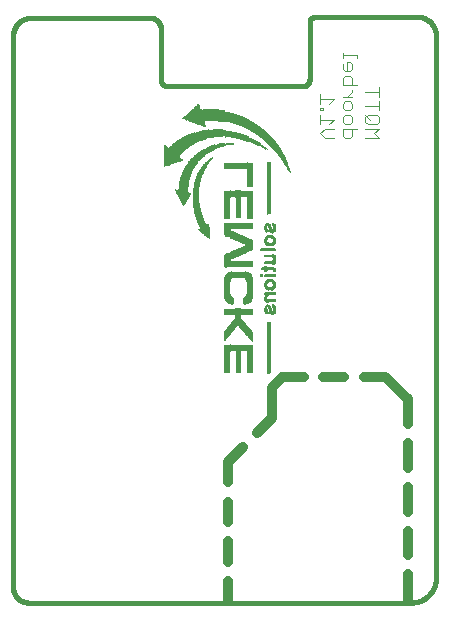
<source format=gbo>
G75*
%MOIN*%
%OFA0B0*%
%FSLAX25Y25*%
%IPPOS*%
%LPD*%
%AMOC8*
5,1,8,0,0,1.08239X$1,22.5*
%
%ADD10C,0.03200*%
%ADD11C,0.01600*%
%ADD12R,0.00100X0.00500*%
%ADD13R,0.00100X0.00700*%
%ADD14R,0.00100X0.00900*%
%ADD15R,0.00100X0.01200*%
%ADD16R,0.00100X0.01300*%
%ADD17R,0.00100X0.01500*%
%ADD18R,0.00100X0.01600*%
%ADD19R,0.00100X0.01800*%
%ADD20R,0.00100X0.01900*%
%ADD21R,0.00100X0.02000*%
%ADD22R,0.00100X0.02200*%
%ADD23R,0.00100X0.02400*%
%ADD24R,0.00100X0.02500*%
%ADD25R,0.00100X0.02600*%
%ADD26R,0.00100X0.02700*%
%ADD27R,0.00100X0.02800*%
%ADD28R,0.00100X0.02900*%
%ADD29R,0.00100X0.03000*%
%ADD30R,0.00100X0.03100*%
%ADD31R,0.00100X0.00800*%
%ADD32R,0.00100X0.01400*%
%ADD33R,0.00100X0.01100*%
%ADD34R,0.00100X0.01000*%
%ADD35R,0.00100X0.02100*%
%ADD36R,0.00100X0.03200*%
%ADD37R,0.00100X0.03300*%
%ADD38R,0.00100X0.01700*%
%ADD39R,0.00100X0.02300*%
%ADD40R,0.00100X0.17100*%
%ADD41R,0.00100X0.17000*%
%ADD42R,0.00100X0.17300*%
%ADD43R,0.00100X0.00600*%
%ADD44R,0.00100X0.00200*%
%ADD45R,0.00100X0.00300*%
%ADD46R,0.00100X0.17200*%
%ADD47R,0.00100X0.00400*%
%ADD48R,0.00100X0.07700*%
%ADD49R,0.00100X0.09200*%
%ADD50R,0.00100X0.06400*%
%ADD51R,0.00100X0.09100*%
%ADD52R,0.00100X0.08000*%
%ADD53R,0.00100X0.09500*%
%ADD54R,0.00100X0.07200*%
%ADD55R,0.00100X0.08100*%
%ADD56R,0.00100X0.09600*%
%ADD57R,0.00100X0.03500*%
%ADD58R,0.00100X0.08500*%
%ADD59R,0.00100X0.08800*%
%ADD60R,0.00100X0.03700*%
%ADD61R,0.00100X0.09400*%
%ADD62R,0.00100X0.03900*%
%ADD63R,0.00100X0.09800*%
%ADD64R,0.00100X0.04100*%
%ADD65R,0.00100X0.10000*%
%ADD66R,0.00100X0.10100*%
%ADD67R,0.00100X0.04200*%
%ADD68R,0.00100X0.10200*%
%ADD69R,0.00100X0.04300*%
%ADD70R,0.00100X0.10300*%
%ADD71R,0.00100X0.03400*%
%ADD72R,0.00100X0.10400*%
%ADD73R,0.00100X0.04500*%
%ADD74R,0.00100X0.10500*%
%ADD75R,0.00100X0.04600*%
%ADD76R,0.00100X0.10600*%
%ADD77R,0.00100X0.04700*%
%ADD78R,0.00100X0.04800*%
%ADD79R,0.00100X0.10700*%
%ADD80R,0.00100X0.04900*%
%ADD81R,0.00100X0.09300*%
%ADD82R,0.00100X0.06600*%
%ADD83R,0.00100X0.06500*%
%ADD84R,0.00100X0.06300*%
%ADD85R,0.00100X0.06100*%
%ADD86R,0.00100X0.06000*%
%ADD87R,0.00100X0.05900*%
%ADD88R,0.00100X0.05800*%
%ADD89R,0.00100X0.05700*%
%ADD90R,0.00100X0.06200*%
%ADD91R,0.00100X0.06700*%
%ADD92R,0.00100X0.00100*%
%ADD93R,0.00100X0.05000*%
%ADD94R,0.00100X0.03600*%
%ADD95R,0.00100X0.09700*%
%ADD96R,0.00100X0.04400*%
%ADD97R,0.00100X0.08900*%
%ADD98R,0.00100X0.08700*%
%ADD99R,0.00100X0.08300*%
%ADD100R,0.00100X0.07300*%
%ADD101R,0.00100X0.03800*%
%ADD102R,0.00100X0.04000*%
%ADD103R,0.00100X0.05100*%
%ADD104R,0.00100X0.05400*%
%ADD105R,0.00100X0.05600*%
%ADD106R,0.00100X0.05500*%
%ADD107R,0.00100X0.07000*%
%ADD108R,0.00100X0.07500*%
%ADD109R,0.00100X0.06900*%
%ADD110R,0.00100X0.05300*%
%ADD111R,0.00100X0.07800*%
%ADD112R,0.00100X0.06800*%
%ADD113R,0.00100X0.17400*%
%ADD114R,0.00100X0.16900*%
%ADD115R,0.00100X0.16400*%
%ADD116R,0.00100X0.16000*%
%ADD117R,0.00100X0.15600*%
%ADD118R,0.00100X0.15000*%
%ADD119R,0.00100X0.14500*%
%ADD120R,0.00100X0.13900*%
%ADD121R,0.00100X0.13300*%
%ADD122R,0.00100X0.12700*%
%ADD123R,0.00100X0.12200*%
%ADD124R,0.00100X0.11300*%
%ADD125R,0.00100X0.05200*%
%ADD126R,0.00100X0.07900*%
%ADD127R,0.00100X0.11800*%
%ADD128R,0.00100X0.11900*%
%ADD129R,0.00100X0.12000*%
%ADD130R,0.00100X0.11600*%
%ADD131R,0.00100X0.11400*%
%ADD132R,0.00100X0.11000*%
%ADD133R,0.00100X0.08400*%
%ADD134R,0.00100X0.07100*%
%ADD135C,0.00400*%
D10*
X0106935Y0044645D02*
X0106935Y0051459D01*
X0106935Y0057859D02*
X0106935Y0064673D01*
X0106935Y0071073D02*
X0106935Y0077887D01*
X0106935Y0084287D02*
X0106935Y0091102D01*
X0111956Y0096122D01*
X0116482Y0100648D02*
X0121502Y0105669D01*
X0121502Y0115905D01*
X0125046Y0119448D01*
X0132196Y0119448D01*
X0138596Y0119448D02*
X0145747Y0119448D01*
X0152147Y0119448D02*
X0159298Y0119448D01*
X0166778Y0111968D01*
X0166778Y0103781D01*
X0166778Y0097381D02*
X0166778Y0089194D01*
X0166778Y0082794D02*
X0166778Y0074606D01*
X0166778Y0068206D02*
X0166778Y0060019D01*
X0166778Y0053619D02*
X0166778Y0045432D01*
D11*
X0035282Y0049369D02*
X0035282Y0233228D01*
X0035281Y0233228D02*
X0035283Y0233380D01*
X0035289Y0233532D01*
X0035299Y0233684D01*
X0035312Y0233835D01*
X0035330Y0233986D01*
X0035351Y0234137D01*
X0035377Y0234287D01*
X0035406Y0234436D01*
X0035439Y0234585D01*
X0035476Y0234732D01*
X0035516Y0234879D01*
X0035561Y0235024D01*
X0035609Y0235168D01*
X0035661Y0235311D01*
X0035716Y0235453D01*
X0035775Y0235593D01*
X0035838Y0235732D01*
X0035904Y0235869D01*
X0035974Y0236004D01*
X0036047Y0236137D01*
X0036124Y0236268D01*
X0036204Y0236398D01*
X0036287Y0236525D01*
X0036373Y0236650D01*
X0036463Y0236773D01*
X0036556Y0236893D01*
X0036652Y0237011D01*
X0036751Y0237127D01*
X0036853Y0237240D01*
X0036957Y0237350D01*
X0037065Y0237458D01*
X0037175Y0237562D01*
X0037288Y0237664D01*
X0037404Y0237763D01*
X0037522Y0237859D01*
X0037642Y0237952D01*
X0037765Y0238042D01*
X0037890Y0238128D01*
X0038017Y0238211D01*
X0038147Y0238291D01*
X0038278Y0238368D01*
X0038411Y0238441D01*
X0038546Y0238511D01*
X0038683Y0238577D01*
X0038822Y0238640D01*
X0038962Y0238699D01*
X0039104Y0238754D01*
X0039247Y0238806D01*
X0039391Y0238854D01*
X0039536Y0238899D01*
X0039683Y0238939D01*
X0039830Y0238976D01*
X0039979Y0239009D01*
X0040128Y0239038D01*
X0040278Y0239064D01*
X0040429Y0239085D01*
X0040580Y0239103D01*
X0040731Y0239116D01*
X0040883Y0239126D01*
X0041035Y0239132D01*
X0041187Y0239134D01*
X0041187Y0239133D02*
X0080951Y0239133D01*
X0081067Y0239131D01*
X0081183Y0239125D01*
X0081298Y0239116D01*
X0081413Y0239103D01*
X0081528Y0239086D01*
X0081642Y0239065D01*
X0081756Y0239040D01*
X0081868Y0239012D01*
X0081979Y0238980D01*
X0082090Y0238945D01*
X0082199Y0238906D01*
X0082307Y0238863D01*
X0082413Y0238817D01*
X0082518Y0238768D01*
X0082621Y0238715D01*
X0082723Y0238658D01*
X0082822Y0238599D01*
X0082919Y0238536D01*
X0083015Y0238470D01*
X0083108Y0238401D01*
X0083199Y0238329D01*
X0083287Y0238254D01*
X0083373Y0238176D01*
X0083456Y0238095D01*
X0083537Y0238012D01*
X0083615Y0237926D01*
X0083690Y0237838D01*
X0083762Y0237747D01*
X0083831Y0237654D01*
X0083897Y0237558D01*
X0083960Y0237461D01*
X0084019Y0237362D01*
X0084076Y0237260D01*
X0084129Y0237157D01*
X0084178Y0237052D01*
X0084224Y0236946D01*
X0084267Y0236838D01*
X0084306Y0236729D01*
X0084341Y0236618D01*
X0084373Y0236507D01*
X0084401Y0236395D01*
X0084426Y0236281D01*
X0084447Y0236167D01*
X0084464Y0236052D01*
X0084477Y0235937D01*
X0084486Y0235822D01*
X0084492Y0235706D01*
X0084494Y0235590D01*
X0084494Y0218661D01*
X0084495Y0218661D02*
X0084497Y0218566D01*
X0084503Y0218471D01*
X0084512Y0218376D01*
X0084526Y0218282D01*
X0084543Y0218189D01*
X0084564Y0218096D01*
X0084588Y0218004D01*
X0084617Y0217913D01*
X0084648Y0217823D01*
X0084684Y0217735D01*
X0084723Y0217648D01*
X0084766Y0217563D01*
X0084811Y0217480D01*
X0084861Y0217399D01*
X0084913Y0217319D01*
X0084969Y0217242D01*
X0085027Y0217167D01*
X0085089Y0217095D01*
X0085154Y0217025D01*
X0085221Y0216958D01*
X0085291Y0216893D01*
X0085363Y0216831D01*
X0085438Y0216773D01*
X0085515Y0216717D01*
X0085595Y0216665D01*
X0085676Y0216615D01*
X0085759Y0216570D01*
X0085844Y0216527D01*
X0085931Y0216488D01*
X0086019Y0216452D01*
X0086109Y0216421D01*
X0086200Y0216392D01*
X0086292Y0216368D01*
X0086385Y0216347D01*
X0086478Y0216330D01*
X0086572Y0216316D01*
X0086667Y0216307D01*
X0086762Y0216301D01*
X0086857Y0216299D01*
X0086857Y0216298D02*
X0131739Y0216298D01*
X0131739Y0216299D02*
X0131834Y0216301D01*
X0131929Y0216307D01*
X0132024Y0216316D01*
X0132118Y0216330D01*
X0132211Y0216347D01*
X0132304Y0216368D01*
X0132396Y0216392D01*
X0132487Y0216421D01*
X0132577Y0216452D01*
X0132665Y0216488D01*
X0132752Y0216527D01*
X0132837Y0216570D01*
X0132920Y0216615D01*
X0133001Y0216665D01*
X0133081Y0216717D01*
X0133158Y0216773D01*
X0133233Y0216831D01*
X0133305Y0216893D01*
X0133375Y0216958D01*
X0133442Y0217025D01*
X0133507Y0217095D01*
X0133569Y0217167D01*
X0133627Y0217242D01*
X0133683Y0217319D01*
X0133735Y0217399D01*
X0133785Y0217480D01*
X0133830Y0217563D01*
X0133873Y0217648D01*
X0133912Y0217735D01*
X0133948Y0217823D01*
X0133979Y0217913D01*
X0134008Y0218004D01*
X0134032Y0218096D01*
X0134053Y0218189D01*
X0134070Y0218282D01*
X0134084Y0218376D01*
X0134093Y0218471D01*
X0134099Y0218566D01*
X0134101Y0218661D01*
X0134101Y0237558D01*
X0134100Y0237558D02*
X0134102Y0237644D01*
X0134107Y0237730D01*
X0134117Y0237815D01*
X0134130Y0237900D01*
X0134147Y0237984D01*
X0134167Y0238068D01*
X0134191Y0238150D01*
X0134219Y0238231D01*
X0134250Y0238312D01*
X0134284Y0238390D01*
X0134322Y0238467D01*
X0134364Y0238543D01*
X0134408Y0238616D01*
X0134456Y0238687D01*
X0134507Y0238757D01*
X0134561Y0238824D01*
X0134617Y0238888D01*
X0134677Y0238950D01*
X0134739Y0239010D01*
X0134803Y0239066D01*
X0134870Y0239120D01*
X0134940Y0239171D01*
X0135011Y0239219D01*
X0135085Y0239263D01*
X0135160Y0239305D01*
X0135237Y0239343D01*
X0135315Y0239377D01*
X0135396Y0239408D01*
X0135477Y0239436D01*
X0135559Y0239460D01*
X0135643Y0239480D01*
X0135727Y0239497D01*
X0135812Y0239510D01*
X0135897Y0239520D01*
X0135983Y0239525D01*
X0136069Y0239527D01*
X0169928Y0239527D01*
X0170085Y0239525D01*
X0170242Y0239519D01*
X0170399Y0239509D01*
X0170555Y0239496D01*
X0170711Y0239478D01*
X0170867Y0239457D01*
X0171022Y0239431D01*
X0171176Y0239402D01*
X0171330Y0239369D01*
X0171482Y0239332D01*
X0171634Y0239292D01*
X0171785Y0239247D01*
X0171934Y0239199D01*
X0172082Y0239147D01*
X0172229Y0239092D01*
X0172375Y0239032D01*
X0172519Y0238970D01*
X0172661Y0238903D01*
X0172802Y0238833D01*
X0172941Y0238760D01*
X0173078Y0238683D01*
X0173213Y0238603D01*
X0173345Y0238519D01*
X0173476Y0238432D01*
X0173605Y0238342D01*
X0173731Y0238249D01*
X0173855Y0238153D01*
X0173977Y0238053D01*
X0174096Y0237951D01*
X0174212Y0237845D01*
X0174326Y0237737D01*
X0174437Y0237626D01*
X0174545Y0237512D01*
X0174651Y0237396D01*
X0174753Y0237277D01*
X0174853Y0237155D01*
X0174949Y0237031D01*
X0175042Y0236905D01*
X0175132Y0236776D01*
X0175219Y0236645D01*
X0175303Y0236513D01*
X0175383Y0236378D01*
X0175460Y0236241D01*
X0175533Y0236102D01*
X0175603Y0235961D01*
X0175670Y0235819D01*
X0175732Y0235675D01*
X0175792Y0235529D01*
X0175847Y0235382D01*
X0175899Y0235234D01*
X0175947Y0235085D01*
X0175992Y0234934D01*
X0176032Y0234782D01*
X0176069Y0234630D01*
X0176102Y0234476D01*
X0176131Y0234322D01*
X0176157Y0234167D01*
X0176178Y0234011D01*
X0176196Y0233855D01*
X0176209Y0233699D01*
X0176219Y0233542D01*
X0176225Y0233385D01*
X0176227Y0233228D01*
X0176227Y0052519D01*
X0176225Y0052319D01*
X0176217Y0052120D01*
X0176205Y0051920D01*
X0176188Y0051721D01*
X0176167Y0051522D01*
X0176140Y0051324D01*
X0176109Y0051127D01*
X0176073Y0050930D01*
X0176032Y0050735D01*
X0175987Y0050540D01*
X0175937Y0050347D01*
X0175882Y0050155D01*
X0175822Y0049964D01*
X0175758Y0049775D01*
X0175690Y0049587D01*
X0175617Y0049401D01*
X0175539Y0049217D01*
X0175457Y0049035D01*
X0175371Y0048855D01*
X0175280Y0048677D01*
X0175185Y0048501D01*
X0175086Y0048327D01*
X0174982Y0048156D01*
X0174875Y0047988D01*
X0174763Y0047822D01*
X0174648Y0047659D01*
X0174529Y0047499D01*
X0174405Y0047342D01*
X0174278Y0047187D01*
X0174148Y0047036D01*
X0174013Y0046888D01*
X0173876Y0046744D01*
X0173734Y0046602D01*
X0173590Y0046465D01*
X0173442Y0046330D01*
X0173291Y0046200D01*
X0173136Y0046073D01*
X0172979Y0045949D01*
X0172819Y0045830D01*
X0172656Y0045715D01*
X0172490Y0045603D01*
X0172322Y0045496D01*
X0172151Y0045392D01*
X0171977Y0045293D01*
X0171801Y0045198D01*
X0171623Y0045107D01*
X0171443Y0045021D01*
X0171261Y0044939D01*
X0171077Y0044861D01*
X0170891Y0044788D01*
X0170703Y0044720D01*
X0170514Y0044656D01*
X0170323Y0044596D01*
X0170131Y0044541D01*
X0169938Y0044491D01*
X0169743Y0044446D01*
X0169548Y0044405D01*
X0169351Y0044369D01*
X0169154Y0044338D01*
X0168956Y0044311D01*
X0168757Y0044290D01*
X0168558Y0044273D01*
X0168358Y0044261D01*
X0168159Y0044253D01*
X0167959Y0044251D01*
X0040400Y0044251D01*
X0040259Y0044253D01*
X0040118Y0044259D01*
X0039977Y0044268D01*
X0039837Y0044282D01*
X0039697Y0044300D01*
X0039558Y0044321D01*
X0039419Y0044346D01*
X0039281Y0044375D01*
X0039144Y0044408D01*
X0039007Y0044444D01*
X0038872Y0044484D01*
X0038738Y0044528D01*
X0038605Y0044576D01*
X0038474Y0044627D01*
X0038344Y0044682D01*
X0038216Y0044741D01*
X0038089Y0044802D01*
X0037964Y0044868D01*
X0037841Y0044937D01*
X0037720Y0045009D01*
X0037601Y0045084D01*
X0037484Y0045163D01*
X0037369Y0045245D01*
X0037256Y0045330D01*
X0037146Y0045418D01*
X0037039Y0045509D01*
X0036934Y0045604D01*
X0036831Y0045701D01*
X0036732Y0045800D01*
X0036635Y0045903D01*
X0036540Y0046008D01*
X0036449Y0046115D01*
X0036361Y0046225D01*
X0036276Y0046338D01*
X0036194Y0046453D01*
X0036115Y0046570D01*
X0036040Y0046689D01*
X0035968Y0046810D01*
X0035899Y0046933D01*
X0035833Y0047058D01*
X0035772Y0047185D01*
X0035713Y0047313D01*
X0035658Y0047443D01*
X0035607Y0047574D01*
X0035559Y0047707D01*
X0035515Y0047841D01*
X0035475Y0047976D01*
X0035439Y0048113D01*
X0035406Y0048250D01*
X0035377Y0048388D01*
X0035352Y0048527D01*
X0035331Y0048666D01*
X0035313Y0048806D01*
X0035299Y0048946D01*
X0035290Y0049087D01*
X0035284Y0049228D01*
X0035282Y0049369D01*
D12*
X0097466Y0168418D03*
X0101566Y0192118D03*
X0101666Y0192218D03*
X0107666Y0197118D03*
X0107766Y0197118D03*
X0107866Y0197118D03*
X0107966Y0197118D03*
X0108066Y0197118D03*
X0108166Y0197118D03*
X0099466Y0203018D03*
X0092266Y0205618D03*
X0091766Y0191818D03*
X0091666Y0191818D03*
X0119166Y0195918D03*
X0119366Y0195818D03*
X0119466Y0195718D03*
X0127866Y0187618D03*
X0123066Y0159018D03*
D13*
X0119366Y0159818D03*
X0118366Y0155518D03*
X0119366Y0153218D03*
X0119266Y0145418D03*
X0123066Y0164918D03*
X0123066Y0169018D03*
X0127766Y0187818D03*
X0118866Y0196118D03*
X0118766Y0196218D03*
X0118666Y0196218D03*
X0118566Y0196318D03*
X0107066Y0197018D03*
X0106966Y0197018D03*
X0106866Y0197018D03*
X0106766Y0197018D03*
X0101166Y0191718D03*
X0092466Y0205718D03*
X0089866Y0181418D03*
X0101066Y0165818D03*
D14*
X0097766Y0168418D03*
X0089966Y0181318D03*
X0091366Y0191918D03*
X0100866Y0191418D03*
X0100966Y0191518D03*
X0106066Y0196918D03*
X0106166Y0196918D03*
X0106266Y0196918D03*
X0106366Y0196918D03*
X0117866Y0196718D03*
X0118066Y0196618D03*
X0118166Y0196518D03*
X0118266Y0196518D03*
X0127666Y0188018D03*
X0121866Y0170218D03*
X0120366Y0168018D03*
X0120266Y0168018D03*
X0119266Y0164918D03*
X0118166Y0161818D03*
X0118066Y0161818D03*
X0119466Y0159818D03*
X0119566Y0159818D03*
X0119666Y0159818D03*
X0119766Y0159818D03*
X0119866Y0159818D03*
X0119966Y0159818D03*
X0120066Y0159818D03*
X0120166Y0159818D03*
X0120266Y0159818D03*
X0120366Y0159818D03*
X0120466Y0159818D03*
X0120566Y0159818D03*
X0120666Y0159818D03*
X0120766Y0159818D03*
X0120866Y0159818D03*
X0120966Y0159818D03*
X0121066Y0159818D03*
X0121166Y0159818D03*
X0121266Y0159818D03*
X0121366Y0159818D03*
X0121466Y0159818D03*
X0121566Y0159818D03*
X0121666Y0159818D03*
X0121766Y0159818D03*
X0122766Y0161818D03*
X0122866Y0161818D03*
X0122866Y0157418D03*
X0122866Y0153218D03*
X0119266Y0150118D03*
X0119566Y0147118D03*
X0122866Y0147018D03*
X0122866Y0144718D03*
X0119266Y0141918D03*
X0120366Y0140818D03*
X0118566Y0153218D03*
X0117866Y0153218D03*
X0092566Y0205718D03*
D15*
X0091066Y0191968D03*
X0100366Y0190868D03*
X0100466Y0190968D03*
X0104666Y0196668D03*
X0104766Y0196668D03*
X0104866Y0196668D03*
X0105266Y0196768D03*
X0116366Y0197568D03*
X0116566Y0197468D03*
X0116666Y0197368D03*
X0116766Y0197368D03*
X0116866Y0197268D03*
X0127566Y0188368D03*
X0120566Y0169968D03*
X0121766Y0167968D03*
X0122166Y0165868D03*
X0122166Y0163868D03*
X0120166Y0163868D03*
X0122166Y0159668D03*
X0121966Y0157568D03*
X0120166Y0155468D03*
X0120166Y0151168D03*
X0120166Y0149168D03*
X0122166Y0149168D03*
X0122166Y0151168D03*
X0120366Y0146968D03*
X0120266Y0146968D03*
X0119366Y0145468D03*
X0120166Y0144868D03*
X0122266Y0142868D03*
D16*
X0120566Y0142818D03*
X0121666Y0140918D03*
X0120166Y0146918D03*
X0122066Y0157618D03*
X0127466Y0188518D03*
X0116466Y0197518D03*
X0116266Y0197618D03*
X0116166Y0197618D03*
X0116066Y0197718D03*
X0115866Y0197818D03*
X0104566Y0196618D03*
X0104466Y0196618D03*
X0104366Y0196618D03*
X0104266Y0196518D03*
X0104166Y0196518D03*
X0094066Y0180118D03*
X0090166Y0181118D03*
X0092866Y0205818D03*
D17*
X0090866Y0192018D03*
X0090266Y0181018D03*
X0100066Y0190518D03*
X0103166Y0196218D03*
X0103266Y0196218D03*
X0103466Y0196318D03*
X0103766Y0196418D03*
X0114766Y0198318D03*
X0114966Y0198218D03*
X0115066Y0198218D03*
X0115166Y0198118D03*
X0115366Y0198018D03*
X0115466Y0198018D03*
X0127366Y0188818D03*
X0120666Y0169818D03*
X0119366Y0169018D03*
X0122966Y0169018D03*
X0119366Y0164918D03*
X0122866Y0159018D03*
X0122266Y0155218D03*
X0122566Y0155118D03*
X0119366Y0150118D03*
X0119466Y0145518D03*
X0119366Y0141918D03*
X0120210Y0141524D03*
D18*
X0120666Y0142668D03*
X0122366Y0155168D03*
X0122466Y0155168D03*
X0127266Y0189068D03*
X0127166Y0189268D03*
X0114866Y0198268D03*
X0114666Y0198368D03*
X0114566Y0198368D03*
X0114466Y0198468D03*
X0114366Y0198468D03*
X0114266Y0198568D03*
X0114166Y0198568D03*
X0113966Y0198668D03*
X0103066Y0196168D03*
X0102966Y0196168D03*
X0102866Y0196068D03*
X0102766Y0196068D03*
X0102466Y0195968D03*
X0099966Y0190368D03*
X0099866Y0190268D03*
X0093966Y0180068D03*
X0090366Y0180868D03*
X0093066Y0205868D03*
D19*
X0101666Y0195668D03*
X0101766Y0195668D03*
X0101566Y0195568D03*
X0101966Y0195768D03*
X0099666Y0189968D03*
X0093866Y0179968D03*
X0090466Y0180768D03*
X0111966Y0199368D03*
X0112266Y0199268D03*
X0112366Y0199268D03*
X0112466Y0199268D03*
X0112566Y0199168D03*
X0112666Y0199168D03*
X0112766Y0199068D03*
X0112866Y0199068D03*
X0113166Y0198968D03*
X0127066Y0189468D03*
X0122866Y0164868D03*
X0122766Y0159068D03*
X0120066Y0155468D03*
X0122866Y0150168D03*
X0121566Y0141168D03*
D20*
X0120766Y0142418D03*
X0119466Y0141918D03*
X0115266Y0141218D03*
X0119466Y0150118D03*
X0115266Y0157218D03*
X0119466Y0164918D03*
X0119466Y0169018D03*
X0115266Y0169618D03*
X0126966Y0189718D03*
X0126866Y0189918D03*
X0112166Y0199318D03*
X0112066Y0199318D03*
X0111866Y0199418D03*
X0111766Y0199418D03*
X0111666Y0199518D03*
X0111566Y0199518D03*
X0111466Y0199518D03*
X0111366Y0199518D03*
X0111266Y0199618D03*
X0111166Y0199618D03*
X0111066Y0199618D03*
X0110866Y0199718D03*
X0110466Y0199818D03*
X0101466Y0195518D03*
X0101366Y0195518D03*
X0101266Y0195418D03*
X0101166Y0195418D03*
X0100966Y0195318D03*
X0099566Y0189818D03*
X0093766Y0179918D03*
X0093366Y0205918D03*
D21*
X0093466Y0205968D03*
X0100466Y0195068D03*
X0100666Y0195168D03*
X0100866Y0195268D03*
X0101066Y0195368D03*
X0099466Y0189668D03*
X0090566Y0180668D03*
X0109366Y0200068D03*
X0109766Y0199968D03*
X0109866Y0199968D03*
X0109966Y0199968D03*
X0110166Y0199868D03*
X0110266Y0199868D03*
X0110366Y0199868D03*
X0110566Y0199768D03*
X0110666Y0199768D03*
X0110766Y0199768D03*
X0110966Y0199668D03*
X0126766Y0190168D03*
X0120766Y0169568D03*
X0122866Y0169068D03*
X0119966Y0155468D03*
X0122866Y0141868D03*
D22*
X0121466Y0141368D03*
X0113366Y0129068D03*
X0113266Y0129068D03*
X0113166Y0129068D03*
X0113066Y0129068D03*
X0112966Y0129068D03*
X0112866Y0129068D03*
X0112766Y0129068D03*
X0112666Y0129068D03*
X0112566Y0129068D03*
X0112466Y0129068D03*
X0112366Y0129068D03*
X0112266Y0129068D03*
X0112166Y0129068D03*
X0112066Y0129068D03*
X0111966Y0129068D03*
X0111866Y0129068D03*
X0111766Y0129068D03*
X0111666Y0129068D03*
X0111566Y0129068D03*
X0111466Y0129068D03*
X0109566Y0129068D03*
X0109466Y0129068D03*
X0109366Y0129068D03*
X0109266Y0129068D03*
X0109166Y0129068D03*
X0109066Y0129068D03*
X0108966Y0129068D03*
X0108866Y0129068D03*
X0108766Y0129068D03*
X0108666Y0129068D03*
X0108566Y0129068D03*
X0108466Y0129068D03*
X0108366Y0129068D03*
X0108266Y0129068D03*
X0108166Y0129068D03*
X0108066Y0129068D03*
X0107966Y0129068D03*
X0107866Y0129068D03*
X0108766Y0153468D03*
X0108866Y0153468D03*
X0108966Y0153468D03*
X0109066Y0153468D03*
X0109166Y0153468D03*
X0109266Y0153468D03*
X0109366Y0153468D03*
X0109466Y0153468D03*
X0109566Y0153468D03*
X0109666Y0153468D03*
X0109766Y0153468D03*
X0109866Y0153468D03*
X0109966Y0153468D03*
X0110066Y0153468D03*
X0110166Y0153468D03*
X0110266Y0153468D03*
X0110366Y0153468D03*
X0110466Y0153468D03*
X0110566Y0153468D03*
X0110666Y0153468D03*
X0110766Y0153468D03*
X0110866Y0153468D03*
X0110966Y0153468D03*
X0111066Y0153468D03*
X0111166Y0153468D03*
X0111266Y0153468D03*
X0111366Y0153468D03*
X0111466Y0153468D03*
X0111566Y0153468D03*
X0111666Y0153468D03*
X0111766Y0153468D03*
X0111866Y0153468D03*
X0111966Y0153468D03*
X0112066Y0153468D03*
X0112166Y0153468D03*
X0112266Y0153468D03*
X0112366Y0153468D03*
X0119566Y0164868D03*
X0122766Y0164868D03*
X0120866Y0169368D03*
X0119566Y0169068D03*
X0126666Y0190368D03*
X0126566Y0190568D03*
X0126466Y0190768D03*
X0108866Y0200168D03*
X0108766Y0200168D03*
X0108466Y0200268D03*
X0108366Y0200268D03*
X0108266Y0200268D03*
X0107966Y0200368D03*
X0107866Y0200368D03*
X0107766Y0200368D03*
X0107666Y0200368D03*
X0107566Y0200368D03*
X0107366Y0200468D03*
X0107266Y0200468D03*
X0107166Y0200468D03*
X0107066Y0200468D03*
X0106966Y0200468D03*
X0099966Y0194768D03*
X0099766Y0194668D03*
X0099666Y0194568D03*
X0099466Y0194468D03*
X0099266Y0189368D03*
X0106166Y0189768D03*
X0093666Y0179868D03*
D23*
X0098966Y0188868D03*
X0099066Y0189068D03*
X0098866Y0194068D03*
X0099066Y0194168D03*
X0099166Y0194268D03*
X0104066Y0200668D03*
X0104166Y0200668D03*
X0104266Y0200668D03*
X0104366Y0200668D03*
X0104466Y0200668D03*
X0104566Y0200668D03*
X0104666Y0200668D03*
X0104766Y0200668D03*
X0104866Y0200668D03*
X0104966Y0200668D03*
X0105066Y0200668D03*
X0105166Y0200668D03*
X0105266Y0200668D03*
X0105366Y0200668D03*
X0106166Y0200568D03*
X0093766Y0206068D03*
X0109666Y0180468D03*
X0111366Y0180468D03*
X0119666Y0169068D03*
X0121366Y0168668D03*
X0122766Y0169068D03*
X0122666Y0164868D03*
X0113266Y0164668D03*
X0113166Y0164768D03*
X0113066Y0164768D03*
X0112866Y0164868D03*
X0112666Y0164968D03*
X0112466Y0165068D03*
X0112366Y0165068D03*
X0112166Y0165168D03*
X0112066Y0165168D03*
X0111966Y0165268D03*
X0111766Y0165368D03*
X0111666Y0165368D03*
X0111466Y0165468D03*
X0111366Y0165468D03*
X0111266Y0165568D03*
X0111166Y0165568D03*
X0111066Y0165668D03*
X0110966Y0165668D03*
X0110766Y0165768D03*
X0110566Y0165868D03*
X0110366Y0165968D03*
X0110266Y0165968D03*
X0110066Y0166068D03*
X0109866Y0166168D03*
X0109666Y0166268D03*
X0109566Y0166268D03*
X0109366Y0166368D03*
X0109266Y0166368D03*
X0109166Y0166468D03*
X0108966Y0166568D03*
X0108866Y0166568D03*
X0108666Y0166668D03*
X0108566Y0166668D03*
X0108366Y0166768D03*
X0108166Y0166868D03*
X0107966Y0166968D03*
X0110266Y0160868D03*
X0110366Y0160868D03*
X0110566Y0160968D03*
X0110766Y0161068D03*
X0110866Y0161068D03*
X0110966Y0161168D03*
X0111066Y0161168D03*
X0111266Y0161268D03*
X0111466Y0161368D03*
X0111566Y0161368D03*
X0111666Y0161468D03*
X0111766Y0161468D03*
X0111966Y0161568D03*
X0112166Y0161668D03*
X0112266Y0161668D03*
X0112366Y0161768D03*
X0112466Y0161768D03*
X0112566Y0161768D03*
X0112666Y0161868D03*
X0112766Y0161868D03*
X0112866Y0161968D03*
X0112966Y0161968D03*
X0113066Y0162068D03*
X0113166Y0162068D03*
X0113266Y0162168D03*
X0110066Y0160768D03*
X0109866Y0160668D03*
X0109666Y0160568D03*
X0109566Y0160568D03*
X0109466Y0160468D03*
X0109366Y0160468D03*
X0109166Y0160368D03*
X0108966Y0160268D03*
X0108866Y0160268D03*
X0108666Y0160168D03*
X0108466Y0160068D03*
X0108266Y0159968D03*
X0108166Y0159968D03*
X0108166Y0153368D03*
X0108266Y0153368D03*
X0112766Y0153368D03*
X0112866Y0153368D03*
X0112866Y0144868D03*
X0112766Y0144868D03*
X0112666Y0144868D03*
X0111366Y0141168D03*
X0108566Y0144868D03*
X0108466Y0144868D03*
X0108266Y0144968D03*
X0120966Y0142068D03*
X0122766Y0141868D03*
X0107766Y0128968D03*
X0126366Y0190968D03*
X0126266Y0191168D03*
D24*
X0126166Y0191318D03*
X0126066Y0191518D03*
X0120966Y0169218D03*
X0121266Y0168818D03*
X0119666Y0164918D03*
X0111566Y0165418D03*
X0110866Y0165718D03*
X0110666Y0165818D03*
X0110466Y0165918D03*
X0110166Y0166018D03*
X0109966Y0166118D03*
X0109766Y0166218D03*
X0109466Y0166318D03*
X0109066Y0166518D03*
X0108766Y0166618D03*
X0108466Y0166718D03*
X0108266Y0166818D03*
X0108066Y0166918D03*
X0110666Y0161018D03*
X0110466Y0160918D03*
X0110166Y0160818D03*
X0109966Y0160718D03*
X0109766Y0160618D03*
X0109266Y0160418D03*
X0109066Y0160318D03*
X0108766Y0160218D03*
X0108566Y0160118D03*
X0108366Y0160018D03*
X0108066Y0159918D03*
X0107966Y0159818D03*
X0112966Y0153318D03*
X0112966Y0144918D03*
X0108366Y0144918D03*
X0108166Y0145018D03*
X0119666Y0141918D03*
X0121066Y0141918D03*
X0121166Y0141818D03*
X0121266Y0141718D03*
X0122666Y0150118D03*
X0119666Y0150118D03*
X0107766Y0180418D03*
X0098866Y0188718D03*
X0098566Y0193818D03*
X0098666Y0193918D03*
X0098766Y0194018D03*
X0098966Y0194118D03*
X0103666Y0200618D03*
X0103766Y0200618D03*
X0103866Y0200618D03*
X0103966Y0200618D03*
D25*
X0103566Y0200668D03*
X0103466Y0200668D03*
X0103366Y0200668D03*
X0103266Y0200668D03*
X0103166Y0200668D03*
X0103066Y0200668D03*
X0102966Y0200668D03*
X0102866Y0200668D03*
X0102766Y0200668D03*
X0102166Y0200568D03*
X0102066Y0200568D03*
X0098466Y0193768D03*
X0098366Y0193668D03*
X0098766Y0188568D03*
X0093866Y0206068D03*
X0119766Y0169068D03*
X0121066Y0169068D03*
X0121166Y0168968D03*
X0122666Y0169068D03*
X0122566Y0164868D03*
X0122566Y0150168D03*
X0122666Y0141868D03*
X0119766Y0141868D03*
X0113066Y0144968D03*
X0107966Y0153168D03*
X0108066Y0153268D03*
X0125966Y0191668D03*
X0125866Y0191868D03*
X0125766Y0192068D03*
X0125566Y0192368D03*
D26*
X0125666Y0192218D03*
X0125466Y0192518D03*
X0125366Y0192718D03*
X0119766Y0164918D03*
X0113166Y0153218D03*
X0113066Y0153218D03*
X0113166Y0145018D03*
X0108066Y0145118D03*
X0119866Y0141918D03*
X0119766Y0150118D03*
X0100866Y0166918D03*
X0098166Y0193518D03*
X0098266Y0193618D03*
X0101566Y0200518D03*
X0101666Y0200518D03*
X0101766Y0200518D03*
X0101866Y0200518D03*
X0101966Y0200518D03*
X0102266Y0200618D03*
X0102366Y0200618D03*
X0102466Y0200618D03*
X0102566Y0200618D03*
X0102666Y0200618D03*
X0093966Y0206118D03*
D27*
X0094066Y0206168D03*
X0101066Y0200468D03*
X0101166Y0200468D03*
X0101266Y0200468D03*
X0101366Y0200468D03*
X0101466Y0200468D03*
X0098066Y0193468D03*
X0097966Y0193368D03*
X0097866Y0193268D03*
X0097766Y0193168D03*
X0098666Y0188368D03*
X0098566Y0188168D03*
X0090666Y0180868D03*
X0107866Y0153068D03*
X0113266Y0153068D03*
X0113266Y0145168D03*
X0107966Y0145168D03*
X0122566Y0141868D03*
X0122466Y0150168D03*
X0122466Y0164868D03*
X0122566Y0169068D03*
X0119966Y0169068D03*
X0119866Y0169068D03*
X0125266Y0192868D03*
X0125066Y0193168D03*
X0124866Y0193468D03*
D28*
X0124966Y0193318D03*
X0125166Y0193018D03*
X0124766Y0193618D03*
X0124666Y0193818D03*
X0124566Y0193918D03*
X0124366Y0194218D03*
X0122466Y0169018D03*
X0119866Y0164918D03*
X0115266Y0163418D03*
X0119866Y0150118D03*
X0119966Y0141918D03*
X0115266Y0132918D03*
X0107866Y0145318D03*
X0097466Y0192918D03*
X0097566Y0193018D03*
X0097666Y0193118D03*
X0100166Y0200318D03*
X0100266Y0200318D03*
X0100366Y0200318D03*
X0100566Y0200418D03*
X0100666Y0200418D03*
X0100766Y0200418D03*
X0100866Y0200418D03*
X0100966Y0200418D03*
D29*
X0100466Y0200368D03*
X0100066Y0200268D03*
X0099966Y0200268D03*
X0099866Y0200268D03*
X0099766Y0200268D03*
X0099566Y0200168D03*
X0099466Y0200168D03*
X0097366Y0192868D03*
X0097266Y0192768D03*
X0097166Y0192668D03*
X0098466Y0187968D03*
X0095466Y0179268D03*
X0094166Y0206168D03*
X0122966Y0196068D03*
X0123066Y0195968D03*
X0123366Y0195568D03*
X0123466Y0195468D03*
X0123666Y0195168D03*
X0123766Y0195068D03*
X0123866Y0194868D03*
X0123966Y0194768D03*
X0124166Y0194468D03*
X0124266Y0194368D03*
X0124466Y0194068D03*
X0122366Y0164868D03*
X0119966Y0164868D03*
X0119966Y0150168D03*
X0122366Y0150168D03*
X0119666Y0146068D03*
X0122366Y0141868D03*
X0122466Y0141868D03*
D30*
X0119766Y0146018D03*
X0120066Y0150118D03*
X0122266Y0150118D03*
X0122566Y0158518D03*
X0122666Y0158518D03*
X0122266Y0164918D03*
X0120066Y0164918D03*
X0122366Y0169018D03*
X0124066Y0194618D03*
X0123566Y0195318D03*
X0123266Y0195718D03*
X0123166Y0195818D03*
X0122866Y0196218D03*
X0122766Y0196318D03*
X0122666Y0196418D03*
X0122566Y0196518D03*
X0122466Y0196618D03*
X0122366Y0196818D03*
X0122266Y0196918D03*
X0122166Y0197018D03*
X0122066Y0197118D03*
X0121966Y0197218D03*
X0121866Y0197318D03*
X0121766Y0197418D03*
X0121666Y0197518D03*
X0121366Y0197818D03*
X0121066Y0198118D03*
X0120766Y0198418D03*
X0120466Y0198718D03*
X0120166Y0199018D03*
X0119966Y0199218D03*
X0119866Y0199318D03*
X0119766Y0199418D03*
X0119666Y0199518D03*
X0119566Y0199618D03*
X0119466Y0199718D03*
X0119366Y0199818D03*
X0119066Y0200018D03*
X0118966Y0200118D03*
X0118866Y0200218D03*
X0118766Y0200318D03*
X0118466Y0200518D03*
X0118366Y0200618D03*
X0118266Y0200718D03*
X0118166Y0200818D03*
X0117866Y0201018D03*
X0117766Y0201118D03*
X0117166Y0201518D03*
X0117066Y0201618D03*
X0116866Y0201718D03*
X0116766Y0201818D03*
X0116466Y0202018D03*
X0116366Y0202118D03*
X0116166Y0202218D03*
X0116066Y0202318D03*
X0115566Y0202618D03*
X0115366Y0202718D03*
X0115066Y0202918D03*
X0114966Y0203018D03*
X0114866Y0203018D03*
X0114566Y0203218D03*
X0114366Y0203318D03*
X0113966Y0203518D03*
X0099666Y0200218D03*
X0099366Y0200118D03*
X0099266Y0200118D03*
X0099166Y0200118D03*
X0098966Y0200018D03*
X0098866Y0200018D03*
X0098766Y0200018D03*
X0098466Y0199918D03*
X0094266Y0206218D03*
X0097066Y0192518D03*
X0098366Y0187818D03*
X0109366Y0137118D03*
X0109266Y0137018D03*
X0109166Y0136918D03*
X0108866Y0136518D03*
X0108766Y0136418D03*
X0108666Y0136318D03*
X0111366Y0137218D03*
X0111466Y0137118D03*
X0111566Y0137018D03*
X0111766Y0136718D03*
X0111866Y0136618D03*
X0111966Y0136518D03*
X0112066Y0136418D03*
X0112166Y0136318D03*
X0112266Y0136218D03*
D31*
X0119466Y0147068D03*
X0123066Y0150168D03*
X0117766Y0153268D03*
X0121866Y0143068D03*
X0123066Y0141868D03*
X0119266Y0169068D03*
X0118466Y0196368D03*
X0118366Y0196468D03*
X0106666Y0196968D03*
X0106566Y0196968D03*
X0106466Y0196968D03*
X0101066Y0191668D03*
X0099366Y0203168D03*
X0091466Y0191868D03*
X0094366Y0180368D03*
X0097666Y0168368D03*
D32*
X0100166Y0190668D03*
X0100266Y0190768D03*
X0103366Y0196268D03*
X0103566Y0196368D03*
X0103666Y0196368D03*
X0103866Y0196468D03*
X0103966Y0196468D03*
X0104066Y0196468D03*
X0092966Y0205868D03*
X0090966Y0191968D03*
X0115266Y0198068D03*
X0115566Y0197968D03*
X0115666Y0197868D03*
X0115766Y0197868D03*
X0115966Y0197768D03*
X0121666Y0168068D03*
X0122966Y0164868D03*
X0122166Y0157668D03*
X0122666Y0155068D03*
X0122766Y0155068D03*
X0122966Y0150168D03*
D33*
X0122066Y0151218D03*
X0121966Y0151318D03*
X0120566Y0151418D03*
X0120366Y0151318D03*
X0120266Y0151218D03*
X0120266Y0149018D03*
X0120466Y0148918D03*
X0121566Y0148818D03*
X0121866Y0148918D03*
X0122066Y0149018D03*
X0120566Y0147018D03*
X0120466Y0147018D03*
X0120266Y0144818D03*
X0120366Y0144718D03*
X0120466Y0144718D03*
X0120466Y0142918D03*
X0122066Y0143018D03*
X0122266Y0140818D03*
X0121766Y0140818D03*
X0122866Y0155018D03*
X0122166Y0155418D03*
X0121866Y0157518D03*
X0121766Y0157518D03*
X0122966Y0159018D03*
X0122066Y0159718D03*
X0121966Y0163718D03*
X0122066Y0163818D03*
X0120366Y0163718D03*
X0120266Y0163818D03*
X0120166Y0165918D03*
X0120266Y0166018D03*
X0121566Y0166218D03*
X0121866Y0166118D03*
X0122066Y0166018D03*
X0121866Y0167918D03*
X0122266Y0168018D03*
X0122266Y0170018D03*
X0122166Y0170118D03*
X0120066Y0170018D03*
X0120066Y0168118D03*
X0100566Y0191118D03*
X0100666Y0191218D03*
X0104966Y0196718D03*
X0105066Y0196718D03*
X0105166Y0196718D03*
X0105366Y0196818D03*
X0105466Y0196818D03*
X0105566Y0196818D03*
X0099266Y0203318D03*
X0092766Y0205818D03*
X0091266Y0191918D03*
X0091166Y0191918D03*
X0090066Y0181218D03*
X0094166Y0180218D03*
X0116966Y0197218D03*
X0117066Y0197218D03*
X0117166Y0197118D03*
X0117366Y0197018D03*
D34*
X0117266Y0197068D03*
X0117466Y0196968D03*
X0117566Y0196868D03*
X0117666Y0196868D03*
X0117766Y0196768D03*
X0117966Y0196668D03*
X0105966Y0196868D03*
X0105866Y0196868D03*
X0105766Y0196868D03*
X0105666Y0196868D03*
X0100766Y0191368D03*
X0094266Y0180268D03*
X0092666Y0205768D03*
X0120166Y0170068D03*
X0120266Y0170068D03*
X0120366Y0170068D03*
X0120466Y0170068D03*
X0121966Y0170168D03*
X0122066Y0170168D03*
X0122166Y0167968D03*
X0122066Y0167868D03*
X0121966Y0167868D03*
X0121466Y0166268D03*
X0121366Y0166268D03*
X0121266Y0166268D03*
X0121166Y0166268D03*
X0121066Y0166268D03*
X0120966Y0166268D03*
X0120866Y0166268D03*
X0120766Y0166268D03*
X0120666Y0166168D03*
X0120566Y0166168D03*
X0120466Y0166168D03*
X0120366Y0166068D03*
X0121666Y0166168D03*
X0121766Y0166168D03*
X0121966Y0166068D03*
X0121866Y0163668D03*
X0121766Y0163668D03*
X0121666Y0163568D03*
X0121566Y0163568D03*
X0121466Y0163568D03*
X0121366Y0163568D03*
X0121266Y0163568D03*
X0121166Y0163568D03*
X0121066Y0163568D03*
X0120966Y0163568D03*
X0120866Y0163568D03*
X0120766Y0163568D03*
X0120666Y0163568D03*
X0120566Y0163668D03*
X0120466Y0163668D03*
X0120466Y0161768D03*
X0120366Y0161768D03*
X0120266Y0161768D03*
X0120166Y0161768D03*
X0120066Y0161768D03*
X0119966Y0161768D03*
X0119866Y0161768D03*
X0119766Y0161768D03*
X0119666Y0161768D03*
X0119566Y0161768D03*
X0119466Y0161768D03*
X0119366Y0161768D03*
X0119266Y0161768D03*
X0119166Y0161768D03*
X0119066Y0161768D03*
X0118966Y0161768D03*
X0118866Y0161768D03*
X0118766Y0161768D03*
X0118666Y0161768D03*
X0118566Y0161768D03*
X0118466Y0161768D03*
X0118366Y0161768D03*
X0118266Y0161768D03*
X0120566Y0161768D03*
X0120666Y0161768D03*
X0120766Y0161768D03*
X0120866Y0161768D03*
X0120966Y0161768D03*
X0121066Y0161768D03*
X0121166Y0161768D03*
X0121266Y0161768D03*
X0121366Y0161768D03*
X0121466Y0161768D03*
X0121566Y0161768D03*
X0121666Y0161768D03*
X0121766Y0161768D03*
X0121866Y0161768D03*
X0121966Y0161768D03*
X0122066Y0161768D03*
X0122166Y0161768D03*
X0122266Y0161768D03*
X0122366Y0161768D03*
X0122466Y0161768D03*
X0122566Y0161768D03*
X0122666Y0161768D03*
X0121966Y0159768D03*
X0121866Y0159768D03*
X0121666Y0157468D03*
X0121566Y0157468D03*
X0121466Y0157468D03*
X0121366Y0157468D03*
X0121266Y0157468D03*
X0121166Y0157468D03*
X0121066Y0157468D03*
X0120966Y0157468D03*
X0120866Y0157468D03*
X0120766Y0157468D03*
X0120666Y0157468D03*
X0120566Y0157468D03*
X0120466Y0157468D03*
X0120366Y0157468D03*
X0120266Y0157468D03*
X0120166Y0157468D03*
X0120066Y0157468D03*
X0119966Y0157468D03*
X0119866Y0157468D03*
X0119766Y0157468D03*
X0119666Y0157468D03*
X0119566Y0157468D03*
X0119466Y0157468D03*
X0119266Y0155468D03*
X0119166Y0155468D03*
X0119066Y0155468D03*
X0118966Y0155468D03*
X0118866Y0155468D03*
X0118766Y0155468D03*
X0118666Y0155468D03*
X0118566Y0155468D03*
X0118466Y0155468D03*
X0120266Y0155468D03*
X0120366Y0155468D03*
X0120466Y0155468D03*
X0120566Y0155468D03*
X0120666Y0155468D03*
X0120766Y0155468D03*
X0120866Y0155468D03*
X0120966Y0155468D03*
X0121066Y0155468D03*
X0121166Y0155468D03*
X0121266Y0155468D03*
X0121366Y0155468D03*
X0121466Y0155468D03*
X0121566Y0155468D03*
X0121666Y0155468D03*
X0121766Y0155468D03*
X0121866Y0155468D03*
X0121966Y0155468D03*
X0122066Y0155468D03*
X0122766Y0157468D03*
X0122766Y0153268D03*
X0122666Y0153268D03*
X0122566Y0153268D03*
X0122466Y0153268D03*
X0122366Y0153268D03*
X0122266Y0153268D03*
X0122166Y0153268D03*
X0122066Y0153268D03*
X0121966Y0153268D03*
X0121866Y0153268D03*
X0121766Y0153268D03*
X0121666Y0153268D03*
X0121566Y0153268D03*
X0121466Y0153268D03*
X0121366Y0153268D03*
X0121266Y0153268D03*
X0121166Y0153268D03*
X0121066Y0153268D03*
X0120966Y0153268D03*
X0120866Y0153268D03*
X0120766Y0153268D03*
X0120666Y0153268D03*
X0120566Y0153268D03*
X0120466Y0153268D03*
X0120366Y0153268D03*
X0120266Y0153268D03*
X0120166Y0153268D03*
X0120066Y0153268D03*
X0119966Y0153268D03*
X0119866Y0153268D03*
X0119766Y0153268D03*
X0119666Y0153268D03*
X0119566Y0153268D03*
X0119466Y0153268D03*
X0118466Y0153268D03*
X0118366Y0153268D03*
X0118266Y0153268D03*
X0118166Y0153268D03*
X0118066Y0153268D03*
X0117966Y0153268D03*
X0120466Y0151368D03*
X0120666Y0151468D03*
X0120766Y0151468D03*
X0120866Y0151468D03*
X0120966Y0151468D03*
X0121066Y0151468D03*
X0121166Y0151468D03*
X0121266Y0151468D03*
X0121366Y0151468D03*
X0121466Y0151468D03*
X0121566Y0151468D03*
X0121666Y0151468D03*
X0121766Y0151368D03*
X0121866Y0151368D03*
X0121966Y0148968D03*
X0121766Y0148868D03*
X0121666Y0148868D03*
X0121466Y0148768D03*
X0121366Y0148768D03*
X0121266Y0148768D03*
X0121166Y0148768D03*
X0121066Y0148768D03*
X0120966Y0148768D03*
X0120866Y0148768D03*
X0120766Y0148768D03*
X0120666Y0148868D03*
X0120566Y0148868D03*
X0120366Y0148968D03*
X0120666Y0147068D03*
X0120766Y0147068D03*
X0120866Y0147068D03*
X0120966Y0147068D03*
X0121066Y0147068D03*
X0121166Y0147068D03*
X0121266Y0147068D03*
X0121366Y0147068D03*
X0121466Y0147068D03*
X0121566Y0147068D03*
X0121666Y0147068D03*
X0121766Y0147068D03*
X0121866Y0147068D03*
X0121966Y0147068D03*
X0122066Y0147068D03*
X0122166Y0147068D03*
X0122266Y0147068D03*
X0122366Y0147068D03*
X0122466Y0147068D03*
X0122566Y0147068D03*
X0122666Y0147068D03*
X0122766Y0147068D03*
X0122766Y0144668D03*
X0122666Y0144668D03*
X0122566Y0144668D03*
X0122466Y0144668D03*
X0122366Y0144668D03*
X0122266Y0144668D03*
X0122166Y0144668D03*
X0122066Y0144668D03*
X0121966Y0144668D03*
X0121866Y0144668D03*
X0121766Y0144668D03*
X0121666Y0144668D03*
X0121566Y0144668D03*
X0121466Y0144668D03*
X0121366Y0144668D03*
X0121266Y0144668D03*
X0121166Y0144668D03*
X0121066Y0144668D03*
X0120966Y0144668D03*
X0120866Y0144668D03*
X0120766Y0144668D03*
X0120666Y0144668D03*
X0120566Y0144668D03*
X0120366Y0142968D03*
X0120266Y0142968D03*
X0120166Y0142968D03*
X0120066Y0142868D03*
X0120066Y0140968D03*
X0120166Y0140868D03*
X0120266Y0140868D03*
X0121866Y0140768D03*
X0121966Y0140768D03*
X0122066Y0140768D03*
X0122166Y0140768D03*
X0122166Y0142968D03*
X0121966Y0143068D03*
X0120166Y0168068D03*
D35*
X0121466Y0168518D03*
X0115166Y0169618D03*
X0115166Y0157218D03*
X0119466Y0155418D03*
X0119566Y0155418D03*
X0119666Y0155418D03*
X0119766Y0155418D03*
X0119866Y0155418D03*
X0122766Y0150118D03*
X0115166Y0141218D03*
X0112166Y0144818D03*
X0109066Y0144818D03*
X0106066Y0141218D03*
X0106066Y0189818D03*
X0099366Y0189518D03*
X0099866Y0194718D03*
X0100066Y0194818D03*
X0100166Y0194918D03*
X0100266Y0194918D03*
X0100366Y0195018D03*
X0100566Y0195118D03*
X0100766Y0195218D03*
X0107466Y0200418D03*
X0108066Y0200318D03*
X0108166Y0200318D03*
X0108566Y0200218D03*
X0108666Y0200218D03*
X0108966Y0200118D03*
X0109066Y0200118D03*
X0109166Y0200118D03*
X0109266Y0200118D03*
X0109466Y0200018D03*
X0109566Y0200018D03*
X0109666Y0200018D03*
X0110066Y0199918D03*
X0093566Y0206018D03*
D36*
X0094366Y0206268D03*
X0098266Y0199868D03*
X0098366Y0199868D03*
X0098566Y0199968D03*
X0098666Y0199968D03*
X0099066Y0200068D03*
X0096966Y0192468D03*
X0096866Y0192368D03*
X0096766Y0192268D03*
X0098266Y0187568D03*
X0111566Y0204668D03*
X0111866Y0204568D03*
X0112266Y0204368D03*
X0112566Y0204268D03*
X0112666Y0204168D03*
X0112766Y0204168D03*
X0112866Y0204068D03*
X0112966Y0204068D03*
X0113166Y0203968D03*
X0113266Y0203868D03*
X0113366Y0203868D03*
X0113566Y0203768D03*
X0113666Y0203668D03*
X0113766Y0203668D03*
X0113866Y0203568D03*
X0114066Y0203468D03*
X0114166Y0203368D03*
X0114266Y0203368D03*
X0114466Y0203268D03*
X0114666Y0203168D03*
X0114766Y0203068D03*
X0115166Y0202868D03*
X0115266Y0202768D03*
X0115466Y0202668D03*
X0115666Y0202568D03*
X0115766Y0202468D03*
X0115866Y0202468D03*
X0115966Y0202368D03*
X0116266Y0202168D03*
X0116566Y0201968D03*
X0116666Y0201868D03*
X0116966Y0201668D03*
X0117266Y0201468D03*
X0117366Y0201368D03*
X0117466Y0201368D03*
X0117566Y0201268D03*
X0117666Y0201168D03*
X0117966Y0200968D03*
X0118066Y0200868D03*
X0118566Y0200468D03*
X0118666Y0200368D03*
X0119166Y0199968D03*
X0119266Y0199868D03*
X0120066Y0199168D03*
X0120266Y0198968D03*
X0120366Y0198868D03*
X0120566Y0198668D03*
X0120666Y0198568D03*
X0120866Y0198368D03*
X0120966Y0198268D03*
X0121166Y0198068D03*
X0121266Y0197968D03*
X0121466Y0197768D03*
X0121566Y0197668D03*
X0122366Y0158568D03*
X0122466Y0158568D03*
X0113366Y0152868D03*
X0113366Y0145368D03*
X0119866Y0145968D03*
X0119966Y0145968D03*
X0113166Y0135168D03*
X0113066Y0135268D03*
X0113266Y0135068D03*
X0113866Y0134368D03*
X0113966Y0134268D03*
X0114666Y0133468D03*
X0114766Y0133368D03*
X0112566Y0135868D03*
X0112466Y0135968D03*
X0112366Y0136068D03*
X0111666Y0136868D03*
X0109066Y0136768D03*
X0108966Y0136668D03*
X0108566Y0136168D03*
X0108466Y0136068D03*
X0108366Y0135968D03*
X0108166Y0135668D03*
X0108066Y0135568D03*
X0107966Y0135468D03*
D37*
X0107866Y0135318D03*
X0107766Y0135218D03*
X0107666Y0135118D03*
X0107466Y0134818D03*
X0107366Y0134718D03*
X0107266Y0134618D03*
X0106766Y0134018D03*
X0108266Y0135818D03*
X0112666Y0135718D03*
X0112766Y0135618D03*
X0112866Y0135518D03*
X0112966Y0135418D03*
X0113366Y0134918D03*
X0113466Y0134818D03*
X0113566Y0134718D03*
X0113666Y0134618D03*
X0113766Y0134518D03*
X0114166Y0134018D03*
X0114266Y0133918D03*
X0114366Y0133818D03*
X0114466Y0133718D03*
X0114566Y0133618D03*
X0114866Y0133218D03*
X0114966Y0133118D03*
X0115066Y0133018D03*
X0115166Y0132918D03*
X0120066Y0145918D03*
X0122266Y0158618D03*
X0115166Y0163418D03*
X0107766Y0152818D03*
X0090766Y0181018D03*
X0096466Y0191918D03*
X0096566Y0192018D03*
X0096666Y0192118D03*
X0097766Y0199718D03*
X0097966Y0199818D03*
X0098066Y0199818D03*
X0098166Y0199818D03*
X0110166Y0205218D03*
X0110366Y0205118D03*
X0110466Y0205118D03*
X0110666Y0205018D03*
X0110866Y0204918D03*
X0110966Y0204918D03*
X0111166Y0204818D03*
X0111266Y0204818D03*
X0111366Y0204718D03*
X0111466Y0204718D03*
X0111666Y0204618D03*
X0111766Y0204618D03*
X0111966Y0204518D03*
X0112066Y0204418D03*
X0112166Y0204418D03*
X0112366Y0204318D03*
X0112466Y0204318D03*
X0113066Y0204018D03*
X0113466Y0203818D03*
D38*
X0113066Y0199018D03*
X0112966Y0199018D03*
X0113266Y0198918D03*
X0113366Y0198918D03*
X0113466Y0198818D03*
X0113566Y0198818D03*
X0113666Y0198818D03*
X0113766Y0198718D03*
X0113866Y0198718D03*
X0114066Y0198618D03*
X0102666Y0196018D03*
X0102566Y0196018D03*
X0102366Y0195918D03*
X0102266Y0195918D03*
X0102166Y0195818D03*
X0102066Y0195818D03*
X0101866Y0195718D03*
X0099766Y0190118D03*
X0093266Y0205918D03*
X0093166Y0205918D03*
X0100966Y0166318D03*
X0119366Y0155418D03*
X0119566Y0145518D03*
X0121566Y0168318D03*
D39*
X0115066Y0169618D03*
X0114966Y0169618D03*
X0114866Y0169618D03*
X0114766Y0169618D03*
X0114666Y0169618D03*
X0114566Y0169618D03*
X0114466Y0169618D03*
X0114366Y0169618D03*
X0114266Y0169618D03*
X0114166Y0169618D03*
X0114066Y0169618D03*
X0113966Y0169618D03*
X0113866Y0169618D03*
X0113766Y0169618D03*
X0113666Y0169618D03*
X0113566Y0169618D03*
X0113466Y0169618D03*
X0113366Y0169618D03*
X0113266Y0169618D03*
X0113166Y0169618D03*
X0113066Y0169618D03*
X0112966Y0169618D03*
X0112866Y0169618D03*
X0112766Y0169618D03*
X0112666Y0169618D03*
X0112566Y0169618D03*
X0112466Y0169618D03*
X0112366Y0169618D03*
X0112266Y0169618D03*
X0112166Y0169618D03*
X0112066Y0169618D03*
X0111966Y0169618D03*
X0111866Y0169618D03*
X0111766Y0169618D03*
X0111666Y0169618D03*
X0111566Y0169618D03*
X0111466Y0169618D03*
X0111366Y0169618D03*
X0111266Y0169618D03*
X0111166Y0169618D03*
X0111066Y0169618D03*
X0110966Y0169618D03*
X0110866Y0169618D03*
X0110766Y0169618D03*
X0110666Y0169618D03*
X0110566Y0169618D03*
X0110466Y0169618D03*
X0110366Y0169618D03*
X0110266Y0169618D03*
X0110166Y0169618D03*
X0110066Y0169618D03*
X0109966Y0169618D03*
X0109866Y0169618D03*
X0109766Y0169618D03*
X0109666Y0169618D03*
X0109566Y0169618D03*
X0109466Y0169618D03*
X0109366Y0169618D03*
X0109266Y0169618D03*
X0109166Y0169618D03*
X0109066Y0169618D03*
X0108966Y0169618D03*
X0108866Y0169618D03*
X0108766Y0169618D03*
X0108666Y0169618D03*
X0108566Y0169618D03*
X0108466Y0169618D03*
X0108366Y0169618D03*
X0108266Y0169618D03*
X0108166Y0169618D03*
X0108066Y0169618D03*
X0107966Y0169618D03*
X0111866Y0165318D03*
X0112266Y0165118D03*
X0112566Y0165018D03*
X0112766Y0164918D03*
X0112966Y0164818D03*
X0112066Y0161618D03*
X0111866Y0161518D03*
X0111366Y0161318D03*
X0111166Y0161218D03*
X0111166Y0157218D03*
X0111066Y0157218D03*
X0110966Y0157218D03*
X0110866Y0157218D03*
X0110766Y0157218D03*
X0110666Y0157218D03*
X0110566Y0157218D03*
X0110466Y0157218D03*
X0110366Y0157218D03*
X0110266Y0157218D03*
X0110166Y0157218D03*
X0110066Y0157218D03*
X0109966Y0157218D03*
X0109866Y0157218D03*
X0109766Y0157218D03*
X0109666Y0157218D03*
X0109566Y0157218D03*
X0109466Y0157218D03*
X0109366Y0157218D03*
X0109266Y0157218D03*
X0109166Y0157218D03*
X0109066Y0157218D03*
X0108966Y0157218D03*
X0108866Y0157218D03*
X0108766Y0157218D03*
X0108666Y0157218D03*
X0108566Y0157218D03*
X0108466Y0157218D03*
X0108366Y0157218D03*
X0108266Y0157218D03*
X0108166Y0157218D03*
X0108066Y0157218D03*
X0107966Y0157218D03*
X0108366Y0153418D03*
X0108466Y0153418D03*
X0108566Y0153418D03*
X0108666Y0153418D03*
X0112466Y0153418D03*
X0112566Y0153418D03*
X0112666Y0153418D03*
X0112666Y0157218D03*
X0112566Y0157218D03*
X0112466Y0157218D03*
X0112366Y0157218D03*
X0112266Y0157218D03*
X0112166Y0157218D03*
X0112066Y0157218D03*
X0111966Y0157218D03*
X0111866Y0157218D03*
X0111766Y0157218D03*
X0111666Y0157218D03*
X0111566Y0157218D03*
X0111466Y0157218D03*
X0111366Y0157218D03*
X0111266Y0157218D03*
X0112766Y0157218D03*
X0112866Y0157218D03*
X0112966Y0157218D03*
X0113066Y0157218D03*
X0113166Y0157218D03*
X0113266Y0157218D03*
X0113366Y0157218D03*
X0113466Y0157218D03*
X0113566Y0157218D03*
X0113666Y0157218D03*
X0113766Y0157218D03*
X0113866Y0157218D03*
X0113966Y0157218D03*
X0114066Y0157218D03*
X0114166Y0157218D03*
X0114266Y0157218D03*
X0114366Y0157218D03*
X0114466Y0157218D03*
X0114566Y0157218D03*
X0114666Y0157218D03*
X0114766Y0157218D03*
X0114866Y0157218D03*
X0114966Y0157218D03*
X0115066Y0157218D03*
X0119566Y0150118D03*
X0120866Y0142218D03*
X0121366Y0141518D03*
X0119566Y0141918D03*
X0115066Y0141218D03*
X0114966Y0141218D03*
X0114866Y0141218D03*
X0114766Y0141218D03*
X0114666Y0141218D03*
X0114566Y0141218D03*
X0114466Y0141218D03*
X0114366Y0141218D03*
X0114266Y0141218D03*
X0114166Y0141218D03*
X0114066Y0141218D03*
X0113966Y0141218D03*
X0113866Y0141218D03*
X0113766Y0141218D03*
X0113666Y0141218D03*
X0113566Y0141218D03*
X0113466Y0141218D03*
X0113366Y0141218D03*
X0113266Y0141218D03*
X0113166Y0141218D03*
X0113066Y0141218D03*
X0112966Y0141218D03*
X0112866Y0141218D03*
X0112766Y0141218D03*
X0112666Y0141218D03*
X0112566Y0141218D03*
X0112466Y0141218D03*
X0112366Y0141218D03*
X0112266Y0141218D03*
X0112166Y0141218D03*
X0112066Y0141218D03*
X0111966Y0141218D03*
X0111866Y0141218D03*
X0111766Y0141218D03*
X0111666Y0141218D03*
X0111566Y0141218D03*
X0111466Y0141218D03*
X0109366Y0141218D03*
X0109266Y0141218D03*
X0109166Y0141218D03*
X0109066Y0141218D03*
X0108966Y0141218D03*
X0108866Y0141218D03*
X0108766Y0141218D03*
X0108666Y0141218D03*
X0108566Y0141218D03*
X0108466Y0141218D03*
X0108366Y0141218D03*
X0108266Y0141218D03*
X0108166Y0141218D03*
X0108066Y0141218D03*
X0107966Y0141218D03*
X0107866Y0141218D03*
X0107766Y0141218D03*
X0107666Y0141218D03*
X0107566Y0141218D03*
X0107466Y0141218D03*
X0107366Y0141218D03*
X0107266Y0141218D03*
X0107166Y0141218D03*
X0107066Y0141218D03*
X0106966Y0141218D03*
X0106866Y0141218D03*
X0106766Y0141218D03*
X0106666Y0141218D03*
X0106566Y0141218D03*
X0106466Y0141218D03*
X0106366Y0141218D03*
X0106266Y0141218D03*
X0106166Y0141218D03*
X0108666Y0144818D03*
X0108766Y0144818D03*
X0108866Y0144818D03*
X0108966Y0144818D03*
X0112266Y0144818D03*
X0112366Y0144818D03*
X0112466Y0144818D03*
X0112566Y0144818D03*
X0113466Y0129018D03*
X0111366Y0129018D03*
X0109666Y0129018D03*
X0109566Y0180518D03*
X0109466Y0180518D03*
X0109366Y0180518D03*
X0109266Y0180518D03*
X0109166Y0180518D03*
X0109066Y0180518D03*
X0108966Y0180518D03*
X0108866Y0180518D03*
X0108766Y0180518D03*
X0108666Y0180518D03*
X0108566Y0180518D03*
X0108466Y0180518D03*
X0108366Y0180518D03*
X0108266Y0180518D03*
X0108166Y0180518D03*
X0108066Y0180518D03*
X0107966Y0180518D03*
X0107866Y0180518D03*
X0111466Y0180518D03*
X0111566Y0180518D03*
X0111666Y0180518D03*
X0111766Y0180518D03*
X0111866Y0180518D03*
X0111966Y0180518D03*
X0112066Y0180518D03*
X0112166Y0180518D03*
X0112266Y0180518D03*
X0112366Y0180518D03*
X0112466Y0180518D03*
X0112566Y0180518D03*
X0112666Y0180518D03*
X0112766Y0180518D03*
X0112866Y0180518D03*
X0112966Y0180518D03*
X0113066Y0180518D03*
X0113166Y0180518D03*
X0113266Y0180518D03*
X0113366Y0180518D03*
X0113466Y0180518D03*
X0113366Y0189818D03*
X0113266Y0189818D03*
X0113166Y0189818D03*
X0113066Y0189818D03*
X0112966Y0189818D03*
X0112866Y0189818D03*
X0112766Y0189818D03*
X0112666Y0189818D03*
X0112566Y0189818D03*
X0112466Y0189818D03*
X0112366Y0189818D03*
X0112266Y0189818D03*
X0112166Y0189818D03*
X0112066Y0189818D03*
X0111966Y0189818D03*
X0111866Y0189818D03*
X0111766Y0189818D03*
X0111666Y0189818D03*
X0111566Y0189818D03*
X0111466Y0189818D03*
X0111366Y0189818D03*
X0111266Y0189818D03*
X0111166Y0189818D03*
X0111066Y0189818D03*
X0110966Y0189818D03*
X0110866Y0189818D03*
X0110766Y0189818D03*
X0110666Y0189818D03*
X0110566Y0189818D03*
X0110466Y0189818D03*
X0110366Y0189818D03*
X0110266Y0189818D03*
X0110166Y0189818D03*
X0110066Y0189818D03*
X0109966Y0189818D03*
X0109866Y0189818D03*
X0109766Y0189818D03*
X0109666Y0189818D03*
X0109566Y0189818D03*
X0109466Y0189818D03*
X0109366Y0189818D03*
X0109266Y0189818D03*
X0109166Y0189818D03*
X0109066Y0189818D03*
X0108966Y0189818D03*
X0108866Y0189818D03*
X0108766Y0189818D03*
X0108666Y0189818D03*
X0108566Y0189818D03*
X0108466Y0189818D03*
X0108366Y0189818D03*
X0108266Y0189818D03*
X0108166Y0189818D03*
X0108066Y0189818D03*
X0107966Y0189818D03*
X0107866Y0189818D03*
X0107766Y0189818D03*
X0107666Y0189818D03*
X0107566Y0189818D03*
X0107466Y0189818D03*
X0107366Y0189818D03*
X0107266Y0189818D03*
X0107166Y0189818D03*
X0107066Y0189818D03*
X0106966Y0189818D03*
X0106866Y0189818D03*
X0106766Y0189818D03*
X0106666Y0189818D03*
X0106566Y0189818D03*
X0106466Y0189818D03*
X0106366Y0189818D03*
X0106266Y0189818D03*
X0099166Y0189218D03*
X0099266Y0194318D03*
X0099366Y0194418D03*
X0099566Y0194518D03*
X0105466Y0200618D03*
X0105566Y0200618D03*
X0105666Y0200618D03*
X0105766Y0200618D03*
X0105866Y0200618D03*
X0105966Y0200618D03*
X0106066Y0200618D03*
X0106266Y0200518D03*
X0106366Y0200518D03*
X0106466Y0200518D03*
X0106566Y0200518D03*
X0106666Y0200518D03*
X0106766Y0200518D03*
X0106866Y0200518D03*
X0093666Y0206018D03*
D40*
X0121166Y0182318D03*
X0121066Y0129218D03*
X0120966Y0129218D03*
X0120866Y0129218D03*
X0120766Y0129218D03*
X0120666Y0129218D03*
X0120566Y0129218D03*
X0120466Y0129218D03*
X0120366Y0129218D03*
X0120266Y0129218D03*
D41*
X0120166Y0129168D03*
X0121166Y0129168D03*
D42*
X0121066Y0182318D03*
X0120966Y0182318D03*
X0120866Y0182318D03*
X0120766Y0182318D03*
X0120666Y0182318D03*
X0120566Y0182318D03*
X0120466Y0182318D03*
X0120366Y0182318D03*
X0120266Y0182318D03*
D43*
X0119266Y0195868D03*
X0119066Y0195968D03*
X0118966Y0196068D03*
X0107566Y0197068D03*
X0107466Y0197068D03*
X0107366Y0197068D03*
X0107266Y0197068D03*
X0107166Y0197068D03*
X0101466Y0192068D03*
X0101366Y0191968D03*
X0101266Y0191868D03*
X0094466Y0180468D03*
X0089766Y0181568D03*
X0091566Y0191868D03*
X0092366Y0205668D03*
X0097566Y0168368D03*
X0120466Y0167968D03*
X0119366Y0157468D03*
X0119366Y0147068D03*
X0120466Y0140768D03*
D44*
X0101966Y0192468D03*
X0108966Y0197168D03*
X0119966Y0195368D03*
X0120266Y0195168D03*
X0092066Y0205568D03*
D45*
X0092166Y0205618D03*
X0091866Y0191818D03*
X0094566Y0180518D03*
X0101866Y0192418D03*
X0108866Y0197118D03*
X0119766Y0195518D03*
X0119866Y0195418D03*
X0120066Y0195318D03*
X0120166Y0195218D03*
X0097366Y0168418D03*
D46*
X0120166Y0182268D03*
D47*
X0119666Y0195568D03*
X0119566Y0195668D03*
X0108766Y0197168D03*
X0108666Y0197168D03*
X0108566Y0197168D03*
X0108466Y0197168D03*
X0108366Y0197168D03*
X0108266Y0197168D03*
X0101766Y0192368D03*
X0089666Y0181668D03*
D48*
X0093766Y0186818D03*
X0115266Y0186918D03*
D49*
X0115266Y0176868D03*
X0111266Y0125568D03*
X0109766Y0125568D03*
D50*
X0109666Y0139168D03*
X0111066Y0139168D03*
X0115266Y0149068D03*
X0094066Y0187968D03*
X0088566Y0193668D03*
X0088666Y0193768D03*
X0086666Y0193068D03*
X0096866Y0206868D03*
X0097466Y0206668D03*
D51*
X0114766Y0149118D03*
X0115266Y0125418D03*
D52*
X0115066Y0149068D03*
X0115166Y0186868D03*
X0113466Y0186968D03*
D53*
X0113566Y0176918D03*
X0115166Y0176818D03*
X0107666Y0176918D03*
X0106666Y0149218D03*
X0106666Y0125418D03*
X0106566Y0125418D03*
X0106466Y0125418D03*
X0106366Y0125418D03*
X0106266Y0125418D03*
X0106166Y0125418D03*
X0106066Y0125418D03*
X0106766Y0125418D03*
X0106866Y0125418D03*
X0106966Y0125418D03*
X0107066Y0125418D03*
X0107166Y0125418D03*
X0107266Y0125418D03*
X0107366Y0125418D03*
X0107466Y0125418D03*
X0107566Y0125418D03*
X0107666Y0125418D03*
X0113666Y0125418D03*
X0113766Y0125418D03*
X0113866Y0125418D03*
X0113966Y0125418D03*
X0114066Y0125418D03*
X0114166Y0125418D03*
X0114266Y0125418D03*
X0114366Y0125418D03*
X0114466Y0125418D03*
X0114566Y0125418D03*
X0114666Y0125418D03*
X0114766Y0125418D03*
X0114866Y0125418D03*
X0114966Y0125418D03*
X0115066Y0125418D03*
X0115166Y0125418D03*
D54*
X0115166Y0149068D03*
X0097966Y0171368D03*
X0091266Y0181868D03*
X0093866Y0187268D03*
X0090366Y0194668D03*
X0090466Y0194768D03*
X0090566Y0194768D03*
D55*
X0093666Y0186518D03*
X0113566Y0186918D03*
X0113666Y0186918D03*
X0113766Y0186918D03*
X0113866Y0186918D03*
X0113966Y0186918D03*
X0114066Y0186918D03*
X0114166Y0186918D03*
X0114266Y0186918D03*
X0114366Y0186918D03*
X0114466Y0186918D03*
X0114566Y0186918D03*
X0114666Y0186918D03*
X0114766Y0186918D03*
X0114866Y0186918D03*
X0114966Y0186918D03*
X0115066Y0186918D03*
X0106166Y0149218D03*
D56*
X0114566Y0149068D03*
X0114566Y0176868D03*
X0114466Y0176868D03*
X0114366Y0176868D03*
X0114266Y0176868D03*
X0114166Y0176868D03*
X0114066Y0176868D03*
X0113966Y0176868D03*
X0113866Y0176868D03*
X0113766Y0176868D03*
X0113666Y0176868D03*
X0114666Y0176868D03*
X0114766Y0176868D03*
X0114866Y0176868D03*
X0114966Y0176868D03*
X0115066Y0176868D03*
X0107566Y0176868D03*
X0107466Y0176868D03*
X0107366Y0176868D03*
X0107266Y0176868D03*
X0107166Y0176868D03*
X0107066Y0176868D03*
X0106966Y0176868D03*
X0106866Y0176868D03*
X0106766Y0176868D03*
X0106666Y0176868D03*
X0106566Y0176868D03*
X0106466Y0176868D03*
X0106366Y0176868D03*
X0106266Y0176868D03*
X0106166Y0176868D03*
D57*
X0098066Y0187118D03*
X0096266Y0191718D03*
X0096366Y0191818D03*
X0096566Y0199318D03*
X0096866Y0199418D03*
X0096966Y0199418D03*
X0097066Y0199518D03*
X0097166Y0199518D03*
X0094666Y0206318D03*
X0106666Y0206218D03*
X0106966Y0206118D03*
X0107266Y0206018D03*
X0107366Y0206018D03*
X0107466Y0206018D03*
X0107766Y0205918D03*
X0107866Y0205918D03*
X0107966Y0205918D03*
X0108066Y0205918D03*
X0108166Y0205818D03*
X0108266Y0205818D03*
X0108366Y0205818D03*
X0108566Y0205718D03*
X0108666Y0205718D03*
X0109266Y0205518D03*
X0109566Y0205418D03*
X0109866Y0205318D03*
X0114866Y0163418D03*
X0114966Y0163418D03*
X0115066Y0163418D03*
D58*
X0114966Y0149018D03*
D59*
X0114866Y0149068D03*
X0095866Y0179168D03*
D60*
X0100766Y0167518D03*
X0114666Y0163418D03*
X0114766Y0163418D03*
X0095966Y0191318D03*
X0095866Y0199018D03*
X0096066Y0199118D03*
X0094766Y0206318D03*
X0104366Y0206518D03*
X0104466Y0206518D03*
X0104566Y0206518D03*
X0104666Y0206518D03*
X0104766Y0206518D03*
X0104866Y0206518D03*
X0104966Y0206518D03*
X0105066Y0206418D03*
X0105166Y0206418D03*
X0105266Y0206418D03*
X0105366Y0206418D03*
X0105466Y0206418D03*
X0105966Y0206318D03*
X0106066Y0206318D03*
D61*
X0091666Y0182168D03*
X0106066Y0176868D03*
X0109966Y0176968D03*
X0110066Y0176968D03*
X0110166Y0176968D03*
X0110266Y0176968D03*
X0110366Y0176968D03*
X0110466Y0176968D03*
X0110566Y0176968D03*
X0110666Y0176968D03*
X0110766Y0176968D03*
X0110866Y0176968D03*
X0110966Y0176968D03*
X0111066Y0176968D03*
X0114666Y0149068D03*
X0113566Y0125468D03*
D62*
X0114466Y0163418D03*
X0114566Y0163418D03*
X0099966Y0168218D03*
X0097866Y0186618D03*
X0095666Y0190918D03*
X0094966Y0198618D03*
X0095166Y0198718D03*
X0095266Y0198718D03*
X0095366Y0198818D03*
X0095566Y0198918D03*
X0095666Y0198918D03*
X0094966Y0206418D03*
X0103166Y0206618D03*
X0103266Y0206618D03*
X0103366Y0206618D03*
X0103466Y0206618D03*
X0103566Y0206618D03*
X0103666Y0206618D03*
X0103766Y0206618D03*
X0103866Y0206618D03*
X0103966Y0206618D03*
D63*
X0091766Y0182168D03*
X0095966Y0179168D03*
X0106866Y0149168D03*
X0114466Y0149068D03*
D64*
X0106066Y0158218D03*
X0114266Y0163418D03*
X0114366Y0163418D03*
X0106066Y0168618D03*
X0099666Y0168518D03*
X0095466Y0190618D03*
X0094366Y0198318D03*
X0094566Y0198418D03*
X0094766Y0198518D03*
X0095066Y0206418D03*
X0100466Y0206718D03*
X0100566Y0206718D03*
X0100666Y0206718D03*
X0100766Y0206718D03*
X0100866Y0206718D03*
X0100966Y0206718D03*
X0101066Y0206718D03*
X0101166Y0206718D03*
X0101266Y0206718D03*
X0101366Y0206718D03*
X0101466Y0206718D03*
X0101566Y0206718D03*
D65*
X0106966Y0149168D03*
X0114366Y0149068D03*
D66*
X0114266Y0149118D03*
X0107066Y0149218D03*
X0091866Y0182218D03*
D67*
X0097766Y0186368D03*
X0095366Y0190568D03*
X0094166Y0198168D03*
X0094066Y0198168D03*
X0094266Y0198268D03*
X0094466Y0198368D03*
X0095166Y0206468D03*
X0099566Y0206668D03*
X0099666Y0206668D03*
X0099766Y0206668D03*
X0099866Y0206668D03*
X0099966Y0206668D03*
X0100066Y0206668D03*
X0100166Y0206668D03*
X0100266Y0206668D03*
X0100366Y0206668D03*
X0099566Y0168668D03*
X0100166Y0168168D03*
X0114166Y0163368D03*
D68*
X0114166Y0149068D03*
X0107266Y0149168D03*
X0107166Y0149168D03*
D69*
X0106266Y0158218D03*
X0106166Y0158218D03*
X0113966Y0163418D03*
X0114066Y0163418D03*
X0106266Y0168618D03*
X0106166Y0168618D03*
X0099466Y0168818D03*
X0095166Y0190218D03*
X0095266Y0190318D03*
X0093666Y0197918D03*
X0093866Y0198018D03*
X0093966Y0198118D03*
X0099266Y0206618D03*
X0099366Y0206618D03*
X0099466Y0206618D03*
D70*
X0114066Y0149118D03*
D71*
X0107766Y0145568D03*
X0107566Y0134968D03*
X0107166Y0134468D03*
X0107066Y0134368D03*
X0106966Y0134268D03*
X0106866Y0134168D03*
X0106666Y0133868D03*
X0106566Y0133768D03*
X0106466Y0133668D03*
X0106366Y0133568D03*
X0106266Y0133368D03*
X0106166Y0133268D03*
X0106066Y0133168D03*
X0114066Y0134168D03*
X0098166Y0187368D03*
X0097366Y0199568D03*
X0097266Y0199568D03*
X0097466Y0199668D03*
X0097566Y0199668D03*
X0097666Y0199668D03*
X0097866Y0199768D03*
X0094566Y0206268D03*
X0094466Y0206268D03*
X0108466Y0205768D03*
X0108766Y0205668D03*
X0108866Y0205668D03*
X0108966Y0205568D03*
X0109066Y0205568D03*
X0109166Y0205568D03*
X0109366Y0205468D03*
X0109466Y0205468D03*
X0109666Y0205368D03*
X0109766Y0205368D03*
X0109966Y0205268D03*
X0110066Y0205268D03*
X0110266Y0205168D03*
X0110566Y0205068D03*
X0110766Y0204968D03*
X0111066Y0204868D03*
D72*
X0113966Y0149168D03*
X0107466Y0149168D03*
X0107366Y0149168D03*
D73*
X0106766Y0158318D03*
X0106666Y0158318D03*
X0106566Y0158318D03*
X0113766Y0163418D03*
X0113866Y0163418D03*
X0106766Y0168518D03*
X0106666Y0168518D03*
X0106566Y0168518D03*
X0099366Y0168918D03*
X0097666Y0186018D03*
X0095066Y0190018D03*
X0093166Y0197618D03*
X0093266Y0197718D03*
X0093366Y0197718D03*
X0095366Y0206518D03*
D74*
X0113766Y0149118D03*
X0113866Y0149118D03*
D75*
X0106966Y0158368D03*
X0106866Y0158368D03*
X0106866Y0168468D03*
X0106966Y0168468D03*
X0100466Y0168168D03*
X0099266Y0169068D03*
X0090866Y0181368D03*
X0094966Y0189868D03*
X0092966Y0197468D03*
X0093066Y0197568D03*
X0113666Y0163368D03*
D76*
X0113666Y0149168D03*
X0113566Y0149168D03*
X0107666Y0149168D03*
X0107566Y0149168D03*
X0096066Y0179168D03*
D77*
X0099166Y0169218D03*
X0100566Y0168118D03*
X0100666Y0168018D03*
X0107066Y0168418D03*
X0107166Y0168418D03*
X0113566Y0163418D03*
X0107166Y0158418D03*
X0107066Y0158418D03*
X0094866Y0189718D03*
X0092566Y0197218D03*
X0092666Y0197318D03*
X0092766Y0197318D03*
X0092866Y0197418D03*
X0095466Y0206518D03*
X0095566Y0206518D03*
D78*
X0095666Y0206568D03*
X0092466Y0197168D03*
X0092366Y0197068D03*
X0097566Y0185668D03*
X0099066Y0169368D03*
X0107266Y0168368D03*
X0107366Y0168368D03*
X0107466Y0168368D03*
X0113466Y0163368D03*
X0107466Y0158468D03*
X0107366Y0158468D03*
X0107266Y0158468D03*
D79*
X0113466Y0149118D03*
X0091966Y0182218D03*
D80*
X0094766Y0189518D03*
X0092166Y0196918D03*
X0092266Y0197018D03*
X0107566Y0168318D03*
X0107666Y0168318D03*
X0113366Y0163418D03*
X0107766Y0158518D03*
X0107666Y0158518D03*
X0107566Y0158518D03*
D81*
X0106566Y0149218D03*
X0109866Y0125518D03*
X0109966Y0125518D03*
X0110066Y0125518D03*
X0110166Y0125518D03*
X0110266Y0125518D03*
X0110366Y0125518D03*
X0110466Y0125518D03*
X0110566Y0125518D03*
X0110666Y0125518D03*
X0110766Y0125518D03*
X0110866Y0125518D03*
X0110966Y0125518D03*
X0111066Y0125518D03*
X0111166Y0125518D03*
X0111166Y0177018D03*
X0111266Y0177018D03*
X0109866Y0177018D03*
X0109766Y0177018D03*
D82*
X0098166Y0170968D03*
X0093966Y0187668D03*
X0089066Y0193968D03*
X0088866Y0193868D03*
X0086566Y0193068D03*
X0086466Y0193068D03*
X0097066Y0206968D03*
X0097366Y0206868D03*
X0109566Y0139068D03*
X0111266Y0139068D03*
D83*
X0111166Y0139118D03*
X0088766Y0193818D03*
X0096966Y0206918D03*
D84*
X0088466Y0193618D03*
X0088366Y0193518D03*
X0086766Y0193018D03*
X0098266Y0170718D03*
X0105966Y0149218D03*
X0109766Y0139218D03*
X0110966Y0139218D03*
D85*
X0110866Y0139318D03*
X0098366Y0170518D03*
X0091066Y0181718D03*
X0088066Y0193318D03*
X0088166Y0193418D03*
X0096666Y0206818D03*
X0097566Y0206518D03*
D86*
X0096566Y0206768D03*
X0087966Y0193268D03*
X0086966Y0192968D03*
X0094166Y0188268D03*
X0109966Y0139368D03*
X0110766Y0139368D03*
D87*
X0110666Y0139418D03*
X0110066Y0139418D03*
X0098466Y0170418D03*
X0097366Y0184818D03*
X0087866Y0193218D03*
X0087766Y0193118D03*
X0087166Y0192918D03*
X0087066Y0192918D03*
X0097666Y0206318D03*
X0099066Y0205818D03*
X0099166Y0205818D03*
D88*
X0096466Y0206768D03*
X0087666Y0193068D03*
X0094266Y0188468D03*
X0110166Y0139468D03*
X0110566Y0139468D03*
D89*
X0110466Y0139518D03*
X0110366Y0139518D03*
X0110266Y0139518D03*
X0098566Y0170218D03*
X0087466Y0192918D03*
X0087366Y0192918D03*
X0087266Y0192918D03*
X0087566Y0193018D03*
X0096266Y0206718D03*
X0096366Y0206718D03*
X0098766Y0205818D03*
X0098866Y0205818D03*
X0098966Y0205818D03*
D90*
X0096766Y0206868D03*
X0088266Y0193468D03*
X0086866Y0192968D03*
X0109866Y0139268D03*
D91*
X0109466Y0139018D03*
X0097766Y0172418D03*
X0086366Y0193118D03*
X0088966Y0193918D03*
X0089166Y0194018D03*
D92*
X0109066Y0197218D03*
D93*
X0095766Y0206568D03*
X0092066Y0196868D03*
X0091966Y0196768D03*
X0094666Y0189368D03*
X0098966Y0169568D03*
X0107766Y0168268D03*
X0107866Y0168268D03*
X0107866Y0158568D03*
D94*
X0096066Y0191468D03*
X0096166Y0191568D03*
X0096166Y0199168D03*
X0096266Y0199168D03*
X0096366Y0199268D03*
X0096466Y0199268D03*
X0096666Y0199368D03*
X0096766Y0199368D03*
X0105566Y0206368D03*
X0105666Y0206368D03*
X0105766Y0206368D03*
X0105866Y0206368D03*
X0106166Y0206268D03*
X0106266Y0206268D03*
X0106366Y0206268D03*
X0106466Y0206268D03*
X0106566Y0206268D03*
X0106766Y0206168D03*
X0106866Y0206168D03*
X0107066Y0206068D03*
X0107166Y0206068D03*
X0107566Y0205968D03*
X0107666Y0205968D03*
D95*
X0106766Y0149218D03*
D96*
X0106466Y0158268D03*
X0106366Y0158268D03*
X0100366Y0168168D03*
X0100266Y0168168D03*
X0106366Y0168568D03*
X0106466Y0168568D03*
X0093466Y0197768D03*
X0093566Y0197868D03*
X0093766Y0197968D03*
X0095266Y0206468D03*
D97*
X0091566Y0182118D03*
X0106466Y0149218D03*
D98*
X0106366Y0149218D03*
D99*
X0106266Y0149218D03*
X0097366Y0174118D03*
D100*
X0097566Y0173218D03*
X0090666Y0194818D03*
X0090766Y0194918D03*
X0106066Y0149218D03*
D101*
X0099866Y0168268D03*
X0097966Y0186868D03*
X0095766Y0191068D03*
X0095866Y0191168D03*
X0095466Y0198868D03*
X0095766Y0198968D03*
X0095966Y0199068D03*
X0094866Y0206368D03*
X0104066Y0206568D03*
X0104166Y0206568D03*
X0104266Y0206568D03*
D102*
X0103066Y0206668D03*
X0102966Y0206668D03*
X0102866Y0206668D03*
X0102766Y0206668D03*
X0102666Y0206668D03*
X0102566Y0206668D03*
X0102466Y0206668D03*
X0102366Y0206668D03*
X0102266Y0206668D03*
X0102166Y0206668D03*
X0102066Y0206668D03*
X0101966Y0206668D03*
X0101866Y0206668D03*
X0101766Y0206668D03*
X0101666Y0206668D03*
X0095066Y0198668D03*
X0094866Y0198568D03*
X0094666Y0198468D03*
X0095566Y0190768D03*
X0099766Y0168368D03*
X0100066Y0168168D03*
D103*
X0098866Y0169718D03*
X0095566Y0179218D03*
X0091666Y0196518D03*
X0091766Y0196618D03*
X0091866Y0196718D03*
X0095866Y0206618D03*
D104*
X0096066Y0206668D03*
X0096166Y0206668D03*
X0097966Y0205968D03*
X0098066Y0205968D03*
X0098166Y0205968D03*
X0098766Y0169868D03*
D105*
X0098666Y0170068D03*
X0098666Y0205868D03*
X0098566Y0205868D03*
D106*
X0098466Y0205918D03*
X0098366Y0205918D03*
X0098266Y0205918D03*
X0097866Y0206018D03*
X0097766Y0206118D03*
X0091066Y0196018D03*
X0090966Y0195918D03*
X0090866Y0195818D03*
X0094366Y0188718D03*
X0090966Y0181618D03*
D107*
X0086166Y0193168D03*
X0085866Y0193268D03*
X0089766Y0194368D03*
X0089866Y0194368D03*
X0089966Y0194468D03*
X0098066Y0171168D03*
D108*
X0097866Y0171618D03*
D109*
X0097666Y0172818D03*
X0095666Y0179218D03*
X0086266Y0193118D03*
X0089566Y0194218D03*
X0089666Y0194318D03*
D110*
X0091166Y0196118D03*
X0091266Y0196218D03*
X0094466Y0188918D03*
X0097466Y0185318D03*
D111*
X0091366Y0181968D03*
X0097466Y0173568D03*
D112*
X0091166Y0181868D03*
X0089266Y0194068D03*
X0089366Y0194168D03*
X0089466Y0194168D03*
X0097166Y0206968D03*
X0097266Y0206968D03*
D113*
X0097266Y0178868D03*
D114*
X0097166Y0178918D03*
D115*
X0097066Y0178968D03*
D116*
X0096966Y0178968D03*
D117*
X0096866Y0178968D03*
D118*
X0096766Y0178968D03*
D119*
X0096666Y0179018D03*
D120*
X0096566Y0179018D03*
D121*
X0096466Y0179018D03*
D122*
X0096366Y0179018D03*
D123*
X0096266Y0179068D03*
D124*
X0096166Y0179118D03*
D125*
X0094566Y0189168D03*
X0091366Y0196268D03*
X0091466Y0196368D03*
X0091566Y0196468D03*
X0095966Y0206668D03*
D126*
X0095766Y0179218D03*
D127*
X0093566Y0184568D03*
D128*
X0093466Y0184318D03*
X0093366Y0184218D03*
X0093266Y0184018D03*
X0093166Y0183918D03*
X0093066Y0183718D03*
X0092966Y0183518D03*
X0092866Y0183418D03*
X0092766Y0183218D03*
X0092566Y0182818D03*
X0092466Y0182618D03*
X0092366Y0182518D03*
D129*
X0092666Y0183068D03*
D130*
X0092266Y0182368D03*
D131*
X0092166Y0182268D03*
D132*
X0092066Y0182268D03*
D133*
X0091466Y0182068D03*
D134*
X0086066Y0193218D03*
X0085966Y0193218D03*
X0090066Y0194518D03*
X0090166Y0194618D03*
X0090266Y0194618D03*
D135*
X0137661Y0200615D02*
X0139196Y0199080D01*
X0142265Y0199080D01*
X0145161Y0199847D02*
X0145929Y0199080D01*
X0147463Y0199080D01*
X0148231Y0199847D01*
X0148231Y0202149D01*
X0149765Y0202149D02*
X0145161Y0202149D01*
X0145161Y0199847D01*
X0142265Y0202149D02*
X0139196Y0202149D01*
X0137661Y0200615D01*
X0137661Y0203684D02*
X0137661Y0206753D01*
X0137661Y0205219D02*
X0142265Y0205219D01*
X0140731Y0203684D01*
X0145161Y0204451D02*
X0145929Y0203684D01*
X0147463Y0203684D01*
X0148231Y0204451D01*
X0148231Y0205986D01*
X0147463Y0206753D01*
X0145929Y0206753D01*
X0145161Y0205986D01*
X0145161Y0204451D01*
X0145929Y0208288D02*
X0145161Y0209055D01*
X0145161Y0210590D01*
X0145929Y0211357D01*
X0147463Y0211357D01*
X0148231Y0210590D01*
X0148231Y0209055D01*
X0147463Y0208288D01*
X0145929Y0208288D01*
X0146696Y0212892D02*
X0148231Y0214426D01*
X0148231Y0215194D01*
X0148231Y0216728D02*
X0148231Y0219030D01*
X0147463Y0219798D01*
X0145929Y0219798D01*
X0145161Y0219030D01*
X0145161Y0216728D01*
X0149765Y0216728D01*
X0152661Y0214426D02*
X0157265Y0214426D01*
X0157265Y0212892D02*
X0157265Y0215961D01*
X0157265Y0211357D02*
X0157265Y0208288D01*
X0157265Y0209822D02*
X0152661Y0209822D01*
X0152661Y0206753D02*
X0154196Y0205219D01*
X0153429Y0206753D02*
X0152661Y0205986D01*
X0152661Y0204451D01*
X0153429Y0203684D01*
X0156498Y0203684D01*
X0157265Y0204451D01*
X0157265Y0205986D01*
X0156498Y0206753D01*
X0153429Y0206753D01*
X0152661Y0202149D02*
X0157265Y0202149D01*
X0155731Y0200615D01*
X0157265Y0199080D01*
X0152661Y0199080D01*
X0148231Y0212892D02*
X0145161Y0212892D01*
X0142265Y0212124D02*
X0137661Y0212124D01*
X0137661Y0210590D02*
X0137661Y0213659D01*
X0140731Y0210590D02*
X0142265Y0212124D01*
X0138429Y0209055D02*
X0137661Y0209055D01*
X0137661Y0208288D01*
X0138429Y0208288D01*
X0138429Y0209055D01*
X0145929Y0221332D02*
X0147463Y0221332D01*
X0148231Y0222100D01*
X0148231Y0223634D01*
X0147463Y0224402D01*
X0146696Y0224402D01*
X0146696Y0221332D01*
X0145929Y0221332D02*
X0145161Y0222100D01*
X0145161Y0223634D01*
X0145161Y0225936D02*
X0145161Y0227471D01*
X0145161Y0226703D02*
X0149765Y0226703D01*
X0149765Y0225936D01*
M02*

</source>
